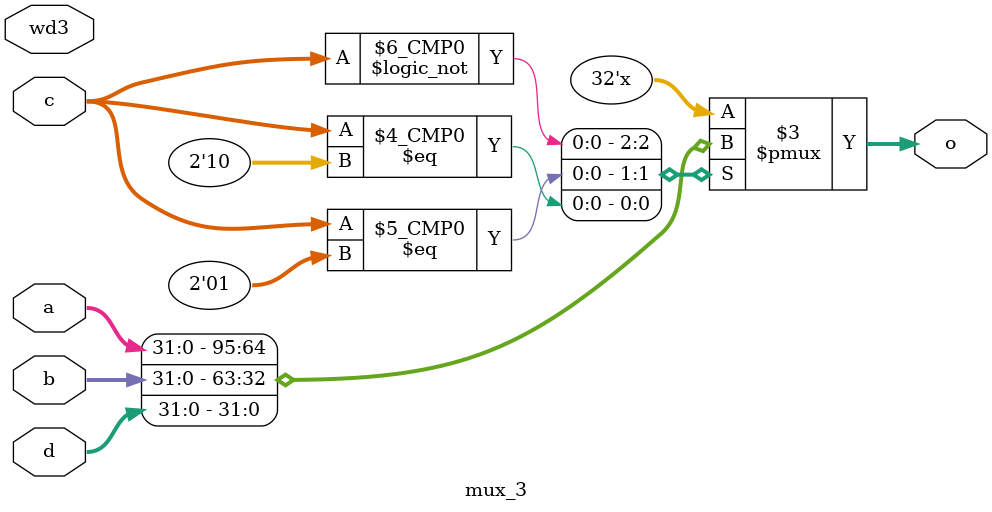
<source format=sv>
`timescale 1ns / 1ps


module mux_3(input logic [31:0] a,input logic [31:0] b, input logic [1:0]c, input logic [31:0]d,input logic [31:0] wd3 ,output logic [31:0] o);
always_comb begin
case(c)
2'b00:o=a;
2'b01:o=b;  
2'b10:o=d;
endcase
//o =(!c) ? a : (c[0]? b:d);
end
endmodule

</source>
